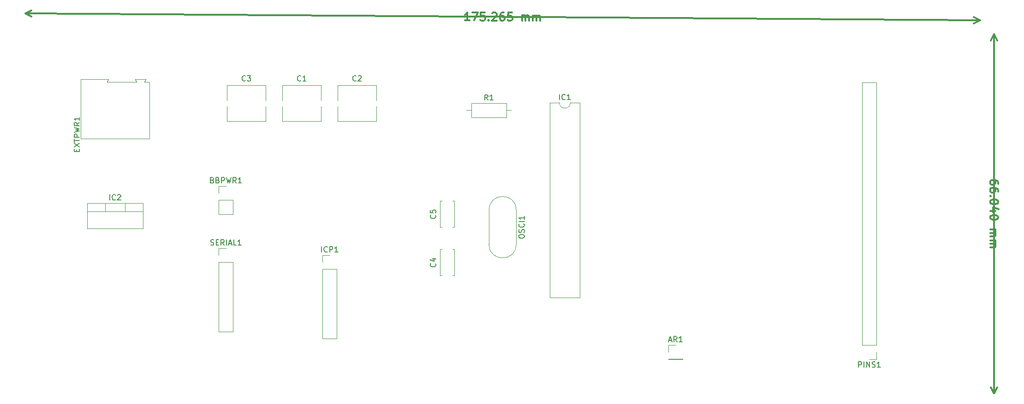
<source format=gbr>
G04 #@! TF.FileFunction,Legend,Top*
%FSLAX46Y46*%
G04 Gerber Fmt 4.6, Leading zero omitted, Abs format (unit mm)*
G04 Created by KiCad (PCBNEW 4.0.7) date 05/27/25 23:51:34*
%MOMM*%
%LPD*%
G01*
G04 APERTURE LIST*
%ADD10C,0.100000*%
%ADD11C,0.300000*%
%ADD12C,0.120000*%
%ADD13C,0.150000*%
G04 APERTURE END LIST*
D10*
D11*
X147593815Y-91439558D02*
X146736695Y-91433347D01*
X147165256Y-91436453D02*
X147176125Y-89936492D01*
X147031719Y-90149738D01*
X146887829Y-90291556D01*
X146744459Y-90361948D01*
X148104671Y-89943221D02*
X149104645Y-89950467D01*
X148450936Y-91445770D01*
X150390325Y-89959784D02*
X149676058Y-89954608D01*
X149599455Y-90668357D01*
X149671400Y-90597449D01*
X149814771Y-90527057D01*
X150171904Y-90529645D01*
X150314240Y-90602107D01*
X150385150Y-90674051D01*
X150455541Y-90817422D01*
X150452953Y-91174555D01*
X150380491Y-91316891D01*
X150308547Y-91387801D01*
X150165176Y-91458192D01*
X149808042Y-91455604D01*
X149665707Y-91383142D01*
X149594797Y-91311198D01*
X151094758Y-91322067D02*
X151165666Y-91394012D01*
X151093722Y-91464920D01*
X151022813Y-91392976D01*
X151094758Y-91322067D01*
X151093722Y-91464920D01*
X151746397Y-90112472D02*
X151818341Y-90041562D01*
X151961712Y-89971171D01*
X152318846Y-89973758D01*
X152461182Y-90046221D01*
X152532091Y-90118165D01*
X152602482Y-90261536D01*
X152601447Y-90404390D01*
X152528468Y-90618152D01*
X151665136Y-91469061D01*
X152593683Y-91475789D01*
X153890233Y-89985145D02*
X153604526Y-89983075D01*
X153461155Y-90053467D01*
X153389211Y-90124376D01*
X153244805Y-90337621D01*
X153171307Y-90622811D01*
X153167166Y-91194224D01*
X153237558Y-91337594D01*
X153308467Y-91409539D01*
X153450804Y-91482000D01*
X153736510Y-91484071D01*
X153879881Y-91413680D01*
X153951826Y-91342770D01*
X154024287Y-91200435D01*
X154026875Y-90843301D01*
X153956484Y-90699930D01*
X153885574Y-90627986D01*
X153743239Y-90555524D01*
X153457532Y-90553454D01*
X153314160Y-90623846D01*
X153242217Y-90694754D01*
X153169754Y-90837090D01*
X155390193Y-89996015D02*
X154675926Y-89990839D01*
X154599323Y-90704588D01*
X154671268Y-90633680D01*
X154814639Y-90563288D01*
X155171772Y-90565876D01*
X155314108Y-90638338D01*
X155385017Y-90710282D01*
X155455408Y-90853653D01*
X155452820Y-91210786D01*
X155380359Y-91353122D01*
X155308414Y-91424032D01*
X155165044Y-91494422D01*
X154807910Y-91491835D01*
X154665574Y-91419373D01*
X154594665Y-91347429D01*
X157236417Y-91509432D02*
X157243663Y-90509459D01*
X157242628Y-90652313D02*
X157314572Y-90581403D01*
X157457944Y-90511011D01*
X157672223Y-90512564D01*
X157814559Y-90585026D01*
X157884951Y-90728397D01*
X157879257Y-91514091D01*
X157884951Y-90728397D02*
X157957413Y-90586062D01*
X158100784Y-90515670D01*
X158315063Y-90517222D01*
X158457400Y-90589685D01*
X158527791Y-90733056D01*
X158522097Y-91518749D01*
X159236365Y-91523925D02*
X159243611Y-90523951D01*
X159242576Y-90666805D02*
X159314519Y-90595896D01*
X159457891Y-90525504D01*
X159672171Y-90527057D01*
X159814506Y-90599519D01*
X159884898Y-90742890D01*
X159879205Y-91528583D01*
X159884898Y-90742890D02*
X159957361Y-90600554D01*
X160100731Y-90530162D01*
X160315011Y-90531715D01*
X160457347Y-90604177D01*
X160527738Y-90747548D01*
X160522045Y-91533241D01*
X66040000Y-90170000D02*
X241300000Y-91440000D01*
X66040000Y-90170000D02*
X66040000Y-90170000D01*
X241300000Y-91440000D02*
X241300000Y-91440000D01*
X241300000Y-91440000D02*
X240169277Y-92018242D01*
X241300000Y-91440000D02*
X240177775Y-90845432D01*
X66040000Y-90170000D02*
X67162225Y-90764568D01*
X66040000Y-90170000D02*
X67170723Y-89591758D01*
X244661429Y-121500001D02*
X244661429Y-121214287D01*
X244590000Y-121071430D01*
X244518571Y-121000001D01*
X244304286Y-120857144D01*
X244018571Y-120785715D01*
X243447143Y-120785715D01*
X243304286Y-120857144D01*
X243232857Y-120928572D01*
X243161429Y-121071430D01*
X243161429Y-121357144D01*
X243232857Y-121500001D01*
X243304286Y-121571430D01*
X243447143Y-121642858D01*
X243804286Y-121642858D01*
X243947143Y-121571430D01*
X244018571Y-121500001D01*
X244090000Y-121357144D01*
X244090000Y-121071430D01*
X244018571Y-120928572D01*
X243947143Y-120857144D01*
X243804286Y-120785715D01*
X244661429Y-122928572D02*
X244661429Y-122642858D01*
X244590000Y-122500001D01*
X244518571Y-122428572D01*
X244304286Y-122285715D01*
X244018571Y-122214286D01*
X243447143Y-122214286D01*
X243304286Y-122285715D01*
X243232857Y-122357143D01*
X243161429Y-122500001D01*
X243161429Y-122785715D01*
X243232857Y-122928572D01*
X243304286Y-123000001D01*
X243447143Y-123071429D01*
X243804286Y-123071429D01*
X243947143Y-123000001D01*
X244018571Y-122928572D01*
X244090000Y-122785715D01*
X244090000Y-122500001D01*
X244018571Y-122357143D01*
X243947143Y-122285715D01*
X243804286Y-122214286D01*
X243304286Y-123714286D02*
X243232857Y-123785714D01*
X243161429Y-123714286D01*
X243232857Y-123642857D01*
X243304286Y-123714286D01*
X243161429Y-123714286D01*
X244661429Y-124714286D02*
X244661429Y-124857143D01*
X244590000Y-125000000D01*
X244518571Y-125071429D01*
X244375714Y-125142858D01*
X244090000Y-125214286D01*
X243732857Y-125214286D01*
X243447143Y-125142858D01*
X243304286Y-125071429D01*
X243232857Y-125000000D01*
X243161429Y-124857143D01*
X243161429Y-124714286D01*
X243232857Y-124571429D01*
X243304286Y-124500000D01*
X243447143Y-124428572D01*
X243732857Y-124357143D01*
X244090000Y-124357143D01*
X244375714Y-124428572D01*
X244518571Y-124500000D01*
X244590000Y-124571429D01*
X244661429Y-124714286D01*
X244161429Y-126500000D02*
X243161429Y-126500000D01*
X244732857Y-126142857D02*
X243661429Y-125785714D01*
X243661429Y-126714286D01*
X244661429Y-127571428D02*
X244661429Y-127714285D01*
X244590000Y-127857142D01*
X244518571Y-127928571D01*
X244375714Y-128000000D01*
X244090000Y-128071428D01*
X243732857Y-128071428D01*
X243447143Y-128000000D01*
X243304286Y-127928571D01*
X243232857Y-127857142D01*
X243161429Y-127714285D01*
X243161429Y-127571428D01*
X243232857Y-127428571D01*
X243304286Y-127357142D01*
X243447143Y-127285714D01*
X243732857Y-127214285D01*
X244090000Y-127214285D01*
X244375714Y-127285714D01*
X244518571Y-127357142D01*
X244590000Y-127428571D01*
X244661429Y-127571428D01*
X243161429Y-129857142D02*
X244161429Y-129857142D01*
X244018571Y-129857142D02*
X244090000Y-129928570D01*
X244161429Y-130071428D01*
X244161429Y-130285713D01*
X244090000Y-130428570D01*
X243947143Y-130499999D01*
X243161429Y-130499999D01*
X243947143Y-130499999D02*
X244090000Y-130571428D01*
X244161429Y-130714285D01*
X244161429Y-130928570D01*
X244090000Y-131071428D01*
X243947143Y-131142856D01*
X243161429Y-131142856D01*
X243161429Y-131857142D02*
X244161429Y-131857142D01*
X244018571Y-131857142D02*
X244090000Y-131928570D01*
X244161429Y-132071428D01*
X244161429Y-132285713D01*
X244090000Y-132428570D01*
X243947143Y-132499999D01*
X243161429Y-132499999D01*
X243947143Y-132499999D02*
X244090000Y-132571428D01*
X244161429Y-132714285D01*
X244161429Y-132928570D01*
X244090000Y-133071428D01*
X243947143Y-133142856D01*
X243161429Y-133142856D01*
X243840000Y-93980000D02*
X243840000Y-160020000D01*
X243840000Y-93980000D02*
X243840000Y-93980000D01*
X243840000Y-160020000D02*
X243840000Y-160020000D01*
X243840000Y-160020000D02*
X243253579Y-158893496D01*
X243840000Y-160020000D02*
X244426421Y-158893496D01*
X243840000Y-93980000D02*
X243253579Y-95106504D01*
X243840000Y-93980000D02*
X244426421Y-95106504D01*
D12*
X184090000Y-153730000D02*
X186750000Y-153730000D01*
X184090000Y-153670000D02*
X184090000Y-153730000D01*
X186750000Y-153670000D02*
X186750000Y-153730000D01*
X184090000Y-153670000D02*
X186750000Y-153670000D01*
X184090000Y-152400000D02*
X184090000Y-151070000D01*
X184090000Y-151070000D02*
X185420000Y-151070000D01*
X101540000Y-127060000D02*
X104200000Y-127060000D01*
X101540000Y-124460000D02*
X101540000Y-127060000D01*
X104200000Y-124460000D02*
X104200000Y-127060000D01*
X101540000Y-124460000D02*
X104200000Y-124460000D01*
X101540000Y-123190000D02*
X101540000Y-121860000D01*
X101540000Y-121860000D02*
X102870000Y-121860000D01*
X113240000Y-103370000D02*
X120360000Y-103370000D01*
X113240000Y-109990000D02*
X120360000Y-109990000D01*
X113240000Y-103370000D02*
X113240000Y-106125000D01*
X113240000Y-107235000D02*
X113240000Y-109990000D01*
X120360000Y-103370000D02*
X120360000Y-106125000D01*
X120360000Y-107235000D02*
X120360000Y-109990000D01*
X123400000Y-103370000D02*
X130520000Y-103370000D01*
X123400000Y-109990000D02*
X130520000Y-109990000D01*
X123400000Y-103370000D02*
X123400000Y-106125000D01*
X123400000Y-107235000D02*
X123400000Y-109990000D01*
X130520000Y-103370000D02*
X130520000Y-106125000D01*
X130520000Y-107235000D02*
X130520000Y-109990000D01*
X103080000Y-103370000D02*
X110200000Y-103370000D01*
X103080000Y-109990000D02*
X110200000Y-109990000D01*
X103080000Y-103370000D02*
X103080000Y-106125000D01*
X103080000Y-107235000D02*
X103080000Y-109990000D01*
X110200000Y-103370000D02*
X110200000Y-106125000D01*
X110200000Y-107235000D02*
X110200000Y-109990000D01*
X142200000Y-138340000D02*
X142200000Y-133520000D01*
X144820000Y-138340000D02*
X144820000Y-133520000D01*
X142200000Y-138340000D02*
X142514000Y-138340000D01*
X144506000Y-138340000D02*
X144820000Y-138340000D01*
X142200000Y-133520000D02*
X142514000Y-133520000D01*
X144506000Y-133520000D02*
X144820000Y-133520000D01*
X142200000Y-129450000D02*
X142200000Y-124630000D01*
X144820000Y-129450000D02*
X144820000Y-124630000D01*
X142200000Y-129450000D02*
X142514000Y-129450000D01*
X144506000Y-129450000D02*
X144820000Y-129450000D01*
X142200000Y-124630000D02*
X142514000Y-124630000D01*
X144506000Y-124630000D02*
X144820000Y-124630000D01*
X76250000Y-113140000D02*
X88850000Y-113140000D01*
X88850000Y-113140000D02*
X88850000Y-102790000D01*
X88850000Y-102790000D02*
X87900000Y-102790000D01*
X87900000Y-102790000D02*
X88150000Y-102290000D01*
X88150000Y-102290000D02*
X86250000Y-102290000D01*
X86250000Y-102290000D02*
X86200000Y-102290000D01*
X86200000Y-102290000D02*
X86450000Y-102790000D01*
X86450000Y-102790000D02*
X81050000Y-102790000D01*
X81050000Y-102790000D02*
X81350000Y-102290000D01*
X81350000Y-102290000D02*
X76250000Y-102290000D01*
X76250000Y-102290000D02*
X76250000Y-113140000D01*
X164100000Y-106560000D02*
X162330000Y-106560000D01*
X162330000Y-106560000D02*
X162330000Y-142360000D01*
X162330000Y-142360000D02*
X167870000Y-142360000D01*
X167870000Y-142360000D02*
X167870000Y-106560000D01*
X167870000Y-106560000D02*
X166100000Y-106560000D01*
X166100000Y-106560000D02*
G75*
G02X164100000Y-106560000I-1000000J0D01*
G01*
X77430000Y-125000000D02*
X87670000Y-125000000D01*
X77430000Y-129641000D02*
X87670000Y-129641000D01*
X77430000Y-125000000D02*
X77430000Y-129641000D01*
X87670000Y-125000000D02*
X87670000Y-129641000D01*
X77430000Y-126510000D02*
X87670000Y-126510000D01*
X80700000Y-125000000D02*
X80700000Y-126510000D01*
X84401000Y-125000000D02*
X84401000Y-126510000D01*
X120590000Y-149920000D02*
X123250000Y-149920000D01*
X120590000Y-137160000D02*
X120590000Y-149920000D01*
X123250000Y-137160000D02*
X123250000Y-149920000D01*
X120590000Y-137160000D02*
X123250000Y-137160000D01*
X120590000Y-135890000D02*
X120590000Y-134560000D01*
X120590000Y-134560000D02*
X121920000Y-134560000D01*
X156195000Y-126315000D02*
X156195000Y-132565000D01*
X151145000Y-126315000D02*
X151145000Y-132565000D01*
X151145000Y-126315000D02*
G75*
G02X156195000Y-126315000I2525000J0D01*
G01*
X151145000Y-132565000D02*
G75*
G03X156195000Y-132565000I2525000J0D01*
G01*
X222310000Y-102810000D02*
X219650000Y-102810000D01*
X222310000Y-151130000D02*
X222310000Y-102810000D01*
X219650000Y-151130000D02*
X219650000Y-102810000D01*
X222310000Y-151130000D02*
X219650000Y-151130000D01*
X222310000Y-152400000D02*
X222310000Y-153730000D01*
X222310000Y-153730000D02*
X220980000Y-153730000D01*
X147920000Y-106640000D02*
X147920000Y-109260000D01*
X147920000Y-109260000D02*
X154340000Y-109260000D01*
X154340000Y-109260000D02*
X154340000Y-106640000D01*
X154340000Y-106640000D02*
X147920000Y-106640000D01*
X147030000Y-107950000D02*
X147920000Y-107950000D01*
X155230000Y-107950000D02*
X154340000Y-107950000D01*
X101540000Y-148650000D02*
X104200000Y-148650000D01*
X101540000Y-135890000D02*
X101540000Y-148650000D01*
X104200000Y-135890000D02*
X104200000Y-148650000D01*
X101540000Y-135890000D02*
X104200000Y-135890000D01*
X101540000Y-134620000D02*
X101540000Y-133290000D01*
X101540000Y-133290000D02*
X102870000Y-133290000D01*
D13*
X184205714Y-150236667D02*
X184681905Y-150236667D01*
X184110476Y-150522381D02*
X184443809Y-149522381D01*
X184777143Y-150522381D01*
X185681905Y-150522381D02*
X185348571Y-150046190D01*
X185110476Y-150522381D02*
X185110476Y-149522381D01*
X185491429Y-149522381D01*
X185586667Y-149570000D01*
X185634286Y-149617619D01*
X185681905Y-149712857D01*
X185681905Y-149855714D01*
X185634286Y-149950952D01*
X185586667Y-149998571D01*
X185491429Y-150046190D01*
X185110476Y-150046190D01*
X186634286Y-150522381D02*
X186062857Y-150522381D01*
X186348571Y-150522381D02*
X186348571Y-149522381D01*
X186253333Y-149665238D01*
X186158095Y-149760476D01*
X186062857Y-149808095D01*
X100393810Y-120788571D02*
X100536667Y-120836190D01*
X100584286Y-120883810D01*
X100631905Y-120979048D01*
X100631905Y-121121905D01*
X100584286Y-121217143D01*
X100536667Y-121264762D01*
X100441429Y-121312381D01*
X100060476Y-121312381D01*
X100060476Y-120312381D01*
X100393810Y-120312381D01*
X100489048Y-120360000D01*
X100536667Y-120407619D01*
X100584286Y-120502857D01*
X100584286Y-120598095D01*
X100536667Y-120693333D01*
X100489048Y-120740952D01*
X100393810Y-120788571D01*
X100060476Y-120788571D01*
X101393810Y-120788571D02*
X101536667Y-120836190D01*
X101584286Y-120883810D01*
X101631905Y-120979048D01*
X101631905Y-121121905D01*
X101584286Y-121217143D01*
X101536667Y-121264762D01*
X101441429Y-121312381D01*
X101060476Y-121312381D01*
X101060476Y-120312381D01*
X101393810Y-120312381D01*
X101489048Y-120360000D01*
X101536667Y-120407619D01*
X101584286Y-120502857D01*
X101584286Y-120598095D01*
X101536667Y-120693333D01*
X101489048Y-120740952D01*
X101393810Y-120788571D01*
X101060476Y-120788571D01*
X102060476Y-121312381D02*
X102060476Y-120312381D01*
X102441429Y-120312381D01*
X102536667Y-120360000D01*
X102584286Y-120407619D01*
X102631905Y-120502857D01*
X102631905Y-120645714D01*
X102584286Y-120740952D01*
X102536667Y-120788571D01*
X102441429Y-120836190D01*
X102060476Y-120836190D01*
X102965238Y-120312381D02*
X103203333Y-121312381D01*
X103393810Y-120598095D01*
X103584286Y-121312381D01*
X103822381Y-120312381D01*
X104774762Y-121312381D02*
X104441428Y-120836190D01*
X104203333Y-121312381D02*
X104203333Y-120312381D01*
X104584286Y-120312381D01*
X104679524Y-120360000D01*
X104727143Y-120407619D01*
X104774762Y-120502857D01*
X104774762Y-120645714D01*
X104727143Y-120740952D01*
X104679524Y-120788571D01*
X104584286Y-120836190D01*
X104203333Y-120836190D01*
X105727143Y-121312381D02*
X105155714Y-121312381D01*
X105441428Y-121312381D02*
X105441428Y-120312381D01*
X105346190Y-120455238D01*
X105250952Y-120550476D01*
X105155714Y-120598095D01*
X116633334Y-102477143D02*
X116585715Y-102524762D01*
X116442858Y-102572381D01*
X116347620Y-102572381D01*
X116204762Y-102524762D01*
X116109524Y-102429524D01*
X116061905Y-102334286D01*
X116014286Y-102143810D01*
X116014286Y-102000952D01*
X116061905Y-101810476D01*
X116109524Y-101715238D01*
X116204762Y-101620000D01*
X116347620Y-101572381D01*
X116442858Y-101572381D01*
X116585715Y-101620000D01*
X116633334Y-101667619D01*
X117585715Y-102572381D02*
X117014286Y-102572381D01*
X117300000Y-102572381D02*
X117300000Y-101572381D01*
X117204762Y-101715238D01*
X117109524Y-101810476D01*
X117014286Y-101858095D01*
X126793334Y-102477143D02*
X126745715Y-102524762D01*
X126602858Y-102572381D01*
X126507620Y-102572381D01*
X126364762Y-102524762D01*
X126269524Y-102429524D01*
X126221905Y-102334286D01*
X126174286Y-102143810D01*
X126174286Y-102000952D01*
X126221905Y-101810476D01*
X126269524Y-101715238D01*
X126364762Y-101620000D01*
X126507620Y-101572381D01*
X126602858Y-101572381D01*
X126745715Y-101620000D01*
X126793334Y-101667619D01*
X127174286Y-101667619D02*
X127221905Y-101620000D01*
X127317143Y-101572381D01*
X127555239Y-101572381D01*
X127650477Y-101620000D01*
X127698096Y-101667619D01*
X127745715Y-101762857D01*
X127745715Y-101858095D01*
X127698096Y-102000952D01*
X127126667Y-102572381D01*
X127745715Y-102572381D01*
X106473334Y-102477143D02*
X106425715Y-102524762D01*
X106282858Y-102572381D01*
X106187620Y-102572381D01*
X106044762Y-102524762D01*
X105949524Y-102429524D01*
X105901905Y-102334286D01*
X105854286Y-102143810D01*
X105854286Y-102000952D01*
X105901905Y-101810476D01*
X105949524Y-101715238D01*
X106044762Y-101620000D01*
X106187620Y-101572381D01*
X106282858Y-101572381D01*
X106425715Y-101620000D01*
X106473334Y-101667619D01*
X106806667Y-101572381D02*
X107425715Y-101572381D01*
X107092381Y-101953333D01*
X107235239Y-101953333D01*
X107330477Y-102000952D01*
X107378096Y-102048571D01*
X107425715Y-102143810D01*
X107425715Y-102381905D01*
X107378096Y-102477143D01*
X107330477Y-102524762D01*
X107235239Y-102572381D01*
X106949524Y-102572381D01*
X106854286Y-102524762D01*
X106806667Y-102477143D01*
X141307143Y-136096666D02*
X141354762Y-136144285D01*
X141402381Y-136287142D01*
X141402381Y-136382380D01*
X141354762Y-136525238D01*
X141259524Y-136620476D01*
X141164286Y-136668095D01*
X140973810Y-136715714D01*
X140830952Y-136715714D01*
X140640476Y-136668095D01*
X140545238Y-136620476D01*
X140450000Y-136525238D01*
X140402381Y-136382380D01*
X140402381Y-136287142D01*
X140450000Y-136144285D01*
X140497619Y-136096666D01*
X140735714Y-135239523D02*
X141402381Y-135239523D01*
X140354762Y-135477619D02*
X141069048Y-135715714D01*
X141069048Y-135096666D01*
X141307143Y-127206666D02*
X141354762Y-127254285D01*
X141402381Y-127397142D01*
X141402381Y-127492380D01*
X141354762Y-127635238D01*
X141259524Y-127730476D01*
X141164286Y-127778095D01*
X140973810Y-127825714D01*
X140830952Y-127825714D01*
X140640476Y-127778095D01*
X140545238Y-127730476D01*
X140450000Y-127635238D01*
X140402381Y-127492380D01*
X140402381Y-127397142D01*
X140450000Y-127254285D01*
X140497619Y-127206666D01*
X140402381Y-126301904D02*
X140402381Y-126778095D01*
X140878571Y-126825714D01*
X140830952Y-126778095D01*
X140783333Y-126682857D01*
X140783333Y-126444761D01*
X140830952Y-126349523D01*
X140878571Y-126301904D01*
X140973810Y-126254285D01*
X141211905Y-126254285D01*
X141307143Y-126301904D01*
X141354762Y-126349523D01*
X141402381Y-126444761D01*
X141402381Y-126682857D01*
X141354762Y-126778095D01*
X141307143Y-126825714D01*
X75488571Y-115529048D02*
X75488571Y-115195714D01*
X76012381Y-115052857D02*
X76012381Y-115529048D01*
X75012381Y-115529048D01*
X75012381Y-115052857D01*
X75012381Y-114719524D02*
X76012381Y-114052857D01*
X75012381Y-114052857D02*
X76012381Y-114719524D01*
X75012381Y-113814762D02*
X75012381Y-113243333D01*
X76012381Y-113529048D02*
X75012381Y-113529048D01*
X76012381Y-112910000D02*
X75012381Y-112910000D01*
X75012381Y-112529047D01*
X75060000Y-112433809D01*
X75107619Y-112386190D01*
X75202857Y-112338571D01*
X75345714Y-112338571D01*
X75440952Y-112386190D01*
X75488571Y-112433809D01*
X75536190Y-112529047D01*
X75536190Y-112910000D01*
X75012381Y-112005238D02*
X76012381Y-111767143D01*
X75298095Y-111576666D01*
X76012381Y-111386190D01*
X75012381Y-111148095D01*
X76012381Y-110195714D02*
X75536190Y-110529048D01*
X76012381Y-110767143D02*
X75012381Y-110767143D01*
X75012381Y-110386190D01*
X75060000Y-110290952D01*
X75107619Y-110243333D01*
X75202857Y-110195714D01*
X75345714Y-110195714D01*
X75440952Y-110243333D01*
X75488571Y-110290952D01*
X75536190Y-110386190D01*
X75536190Y-110767143D01*
X76012381Y-109243333D02*
X76012381Y-109814762D01*
X76012381Y-109529048D02*
X75012381Y-109529048D01*
X75155238Y-109624286D01*
X75250476Y-109719524D01*
X75298095Y-109814762D01*
X164123810Y-106012381D02*
X164123810Y-105012381D01*
X165171429Y-105917143D02*
X165123810Y-105964762D01*
X164980953Y-106012381D01*
X164885715Y-106012381D01*
X164742857Y-105964762D01*
X164647619Y-105869524D01*
X164600000Y-105774286D01*
X164552381Y-105583810D01*
X164552381Y-105440952D01*
X164600000Y-105250476D01*
X164647619Y-105155238D01*
X164742857Y-105060000D01*
X164885715Y-105012381D01*
X164980953Y-105012381D01*
X165123810Y-105060000D01*
X165171429Y-105107619D01*
X166123810Y-106012381D02*
X165552381Y-106012381D01*
X165838095Y-106012381D02*
X165838095Y-105012381D01*
X165742857Y-105155238D01*
X165647619Y-105250476D01*
X165552381Y-105298095D01*
X81573810Y-124452381D02*
X81573810Y-123452381D01*
X82621429Y-124357143D02*
X82573810Y-124404762D01*
X82430953Y-124452381D01*
X82335715Y-124452381D01*
X82192857Y-124404762D01*
X82097619Y-124309524D01*
X82050000Y-124214286D01*
X82002381Y-124023810D01*
X82002381Y-123880952D01*
X82050000Y-123690476D01*
X82097619Y-123595238D01*
X82192857Y-123500000D01*
X82335715Y-123452381D01*
X82430953Y-123452381D01*
X82573810Y-123500000D01*
X82621429Y-123547619D01*
X83002381Y-123547619D02*
X83050000Y-123500000D01*
X83145238Y-123452381D01*
X83383334Y-123452381D01*
X83478572Y-123500000D01*
X83526191Y-123547619D01*
X83573810Y-123642857D01*
X83573810Y-123738095D01*
X83526191Y-123880952D01*
X82954762Y-124452381D01*
X83573810Y-124452381D01*
X120443810Y-134012381D02*
X120443810Y-133012381D01*
X121491429Y-133917143D02*
X121443810Y-133964762D01*
X121300953Y-134012381D01*
X121205715Y-134012381D01*
X121062857Y-133964762D01*
X120967619Y-133869524D01*
X120920000Y-133774286D01*
X120872381Y-133583810D01*
X120872381Y-133440952D01*
X120920000Y-133250476D01*
X120967619Y-133155238D01*
X121062857Y-133060000D01*
X121205715Y-133012381D01*
X121300953Y-133012381D01*
X121443810Y-133060000D01*
X121491429Y-133107619D01*
X121920000Y-134012381D02*
X121920000Y-133012381D01*
X122300953Y-133012381D01*
X122396191Y-133060000D01*
X122443810Y-133107619D01*
X122491429Y-133202857D01*
X122491429Y-133345714D01*
X122443810Y-133440952D01*
X122396191Y-133488571D01*
X122300953Y-133536190D01*
X121920000Y-133536190D01*
X123443810Y-134012381D02*
X122872381Y-134012381D01*
X123158095Y-134012381D02*
X123158095Y-133012381D01*
X123062857Y-133155238D01*
X122967619Y-133250476D01*
X122872381Y-133298095D01*
X156647381Y-131225714D02*
X156647381Y-131035237D01*
X156695000Y-130939999D01*
X156790238Y-130844761D01*
X156980714Y-130797142D01*
X157314048Y-130797142D01*
X157504524Y-130844761D01*
X157599762Y-130939999D01*
X157647381Y-131035237D01*
X157647381Y-131225714D01*
X157599762Y-131320952D01*
X157504524Y-131416190D01*
X157314048Y-131463809D01*
X156980714Y-131463809D01*
X156790238Y-131416190D01*
X156695000Y-131320952D01*
X156647381Y-131225714D01*
X157599762Y-130416190D02*
X157647381Y-130273333D01*
X157647381Y-130035237D01*
X157599762Y-129939999D01*
X157552143Y-129892380D01*
X157456905Y-129844761D01*
X157361667Y-129844761D01*
X157266429Y-129892380D01*
X157218810Y-129939999D01*
X157171190Y-130035237D01*
X157123571Y-130225714D01*
X157075952Y-130320952D01*
X157028333Y-130368571D01*
X156933095Y-130416190D01*
X156837857Y-130416190D01*
X156742619Y-130368571D01*
X156695000Y-130320952D01*
X156647381Y-130225714D01*
X156647381Y-129987618D01*
X156695000Y-129844761D01*
X157552143Y-128844761D02*
X157599762Y-128892380D01*
X157647381Y-129035237D01*
X157647381Y-129130475D01*
X157599762Y-129273333D01*
X157504524Y-129368571D01*
X157409286Y-129416190D01*
X157218810Y-129463809D01*
X157075952Y-129463809D01*
X156885476Y-129416190D01*
X156790238Y-129368571D01*
X156695000Y-129273333D01*
X156647381Y-129130475D01*
X156647381Y-129035237D01*
X156695000Y-128892380D01*
X156742619Y-128844761D01*
X157647381Y-128416190D02*
X156647381Y-128416190D01*
X157647381Y-127416190D02*
X157647381Y-127987619D01*
X157647381Y-127701905D02*
X156647381Y-127701905D01*
X156790238Y-127797143D01*
X156885476Y-127892381D01*
X156933095Y-127987619D01*
X219003810Y-155182381D02*
X219003810Y-154182381D01*
X219384763Y-154182381D01*
X219480001Y-154230000D01*
X219527620Y-154277619D01*
X219575239Y-154372857D01*
X219575239Y-154515714D01*
X219527620Y-154610952D01*
X219480001Y-154658571D01*
X219384763Y-154706190D01*
X219003810Y-154706190D01*
X220003810Y-155182381D02*
X220003810Y-154182381D01*
X220480000Y-155182381D02*
X220480000Y-154182381D01*
X221051429Y-155182381D01*
X221051429Y-154182381D01*
X221480000Y-155134762D02*
X221622857Y-155182381D01*
X221860953Y-155182381D01*
X221956191Y-155134762D01*
X222003810Y-155087143D01*
X222051429Y-154991905D01*
X222051429Y-154896667D01*
X222003810Y-154801429D01*
X221956191Y-154753810D01*
X221860953Y-154706190D01*
X221670476Y-154658571D01*
X221575238Y-154610952D01*
X221527619Y-154563333D01*
X221480000Y-154468095D01*
X221480000Y-154372857D01*
X221527619Y-154277619D01*
X221575238Y-154230000D01*
X221670476Y-154182381D01*
X221908572Y-154182381D01*
X222051429Y-154230000D01*
X223003810Y-155182381D02*
X222432381Y-155182381D01*
X222718095Y-155182381D02*
X222718095Y-154182381D01*
X222622857Y-154325238D01*
X222527619Y-154420476D01*
X222432381Y-154468095D01*
X150963334Y-106092381D02*
X150630000Y-105616190D01*
X150391905Y-106092381D02*
X150391905Y-105092381D01*
X150772858Y-105092381D01*
X150868096Y-105140000D01*
X150915715Y-105187619D01*
X150963334Y-105282857D01*
X150963334Y-105425714D01*
X150915715Y-105520952D01*
X150868096Y-105568571D01*
X150772858Y-105616190D01*
X150391905Y-105616190D01*
X151915715Y-106092381D02*
X151344286Y-106092381D01*
X151630000Y-106092381D02*
X151630000Y-105092381D01*
X151534762Y-105235238D01*
X151439524Y-105330476D01*
X151344286Y-105378095D01*
X100084286Y-132694762D02*
X100227143Y-132742381D01*
X100465239Y-132742381D01*
X100560477Y-132694762D01*
X100608096Y-132647143D01*
X100655715Y-132551905D01*
X100655715Y-132456667D01*
X100608096Y-132361429D01*
X100560477Y-132313810D01*
X100465239Y-132266190D01*
X100274762Y-132218571D01*
X100179524Y-132170952D01*
X100131905Y-132123333D01*
X100084286Y-132028095D01*
X100084286Y-131932857D01*
X100131905Y-131837619D01*
X100179524Y-131790000D01*
X100274762Y-131742381D01*
X100512858Y-131742381D01*
X100655715Y-131790000D01*
X101084286Y-132218571D02*
X101417620Y-132218571D01*
X101560477Y-132742381D02*
X101084286Y-132742381D01*
X101084286Y-131742381D01*
X101560477Y-131742381D01*
X102560477Y-132742381D02*
X102227143Y-132266190D01*
X101989048Y-132742381D02*
X101989048Y-131742381D01*
X102370001Y-131742381D01*
X102465239Y-131790000D01*
X102512858Y-131837619D01*
X102560477Y-131932857D01*
X102560477Y-132075714D01*
X102512858Y-132170952D01*
X102465239Y-132218571D01*
X102370001Y-132266190D01*
X101989048Y-132266190D01*
X102989048Y-132742381D02*
X102989048Y-131742381D01*
X103417619Y-132456667D02*
X103893810Y-132456667D01*
X103322381Y-132742381D02*
X103655714Y-131742381D01*
X103989048Y-132742381D01*
X104798572Y-132742381D02*
X104322381Y-132742381D01*
X104322381Y-131742381D01*
X105655715Y-132742381D02*
X105084286Y-132742381D01*
X105370000Y-132742381D02*
X105370000Y-131742381D01*
X105274762Y-131885238D01*
X105179524Y-131980476D01*
X105084286Y-132028095D01*
M02*

</source>
